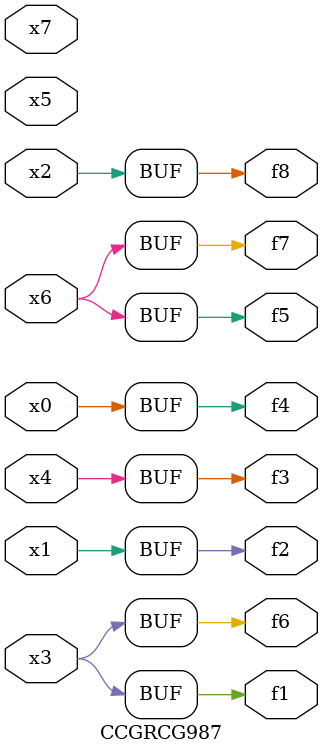
<source format=v>
module CCGRCG987(
	input x0, x1, x2, x3, x4, x5, x6, x7,
	output f1, f2, f3, f4, f5, f6, f7, f8
);
	assign f1 = x3;
	assign f2 = x1;
	assign f3 = x4;
	assign f4 = x0;
	assign f5 = x6;
	assign f6 = x3;
	assign f7 = x6;
	assign f8 = x2;
endmodule

</source>
